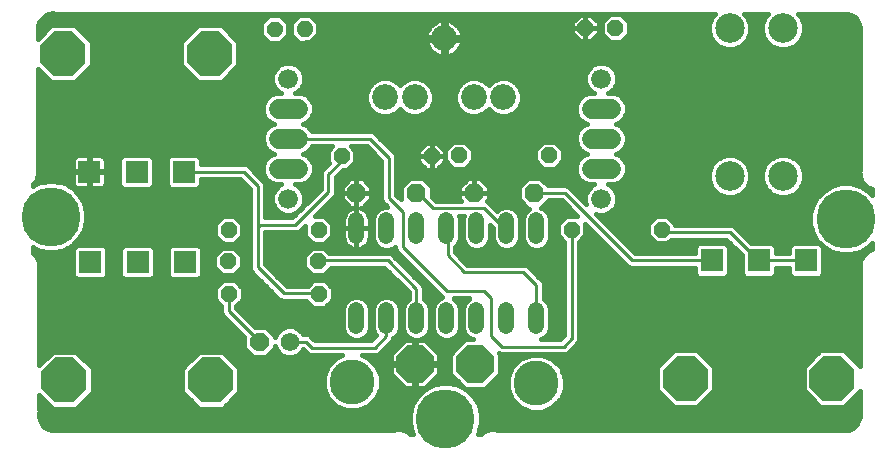
<source format=gbl>
G75*
G70*
%OFA0B0*%
%FSLAX24Y24*%
%IPPOS*%
%LPD*%
%AMOC8*
5,1,8,0,0,1.08239X$1,22.5*
%
%ADD10C,0.0520*%
%ADD11OC8,0.0520*%
%ADD12OC8,0.0630*%
%ADD13C,0.0124*%
%ADD14C,0.0620*%
%ADD15OC8,0.1240*%
%ADD16C,0.0984*%
%ADD17R,0.0740X0.0740*%
%ADD18OC8,0.1500*%
%ADD19C,0.0860*%
%ADD20C,0.0650*%
%ADD21C,0.0660*%
%ADD22C,0.0104*%
%ADD23C,0.0100*%
%ADD24C,0.0160*%
%ADD25C,0.1500*%
%ADD26C,0.1969*%
D10*
X012269Y005048D02*
X012269Y005568D01*
X013269Y005568D02*
X013269Y005048D01*
X014269Y005048D02*
X014269Y005568D01*
X015269Y005568D02*
X015269Y005048D01*
X016269Y005048D02*
X016269Y005568D01*
X017269Y005568D02*
X017269Y005048D01*
X018269Y005048D02*
X018269Y005568D01*
X018269Y008048D02*
X018269Y008568D01*
X017269Y008568D02*
X017269Y008048D01*
X016269Y008048D02*
X016269Y008568D01*
X015269Y008568D02*
X015269Y008048D01*
X014269Y008048D02*
X014269Y008568D01*
X013269Y008568D02*
X013269Y008048D01*
X012269Y008048D02*
X012269Y008568D01*
D11*
X011009Y008257D03*
X010985Y007202D03*
X011017Y006115D03*
X008017Y006115D03*
X007985Y007202D03*
X008009Y008257D03*
X011772Y010702D03*
X014772Y010702D03*
X015686Y010737D03*
X018686Y010737D03*
X019442Y008265D03*
X022442Y008265D03*
X020898Y014989D03*
X019898Y014989D03*
D12*
X018190Y009481D03*
X016190Y009481D03*
X014269Y009481D03*
X012269Y009481D03*
D13*
X008854Y004555D02*
X008792Y004617D01*
X008937Y004764D01*
X009140Y004765D01*
X009287Y004620D01*
X009288Y004417D01*
X009143Y004270D01*
X008940Y004269D01*
X008793Y004414D01*
X008792Y004617D01*
X008885Y004579D01*
X008975Y004671D01*
X009102Y004672D01*
X009194Y004582D01*
X009195Y004455D01*
X009105Y004363D01*
X008978Y004362D01*
X008886Y004452D01*
X008885Y004579D01*
X008978Y004541D01*
X009015Y004578D01*
X009064Y004579D01*
X009101Y004542D01*
X009102Y004493D01*
X009065Y004456D01*
X009016Y004455D01*
X008979Y004492D01*
X008978Y004541D01*
D14*
X010040Y004524D03*
D15*
X014221Y003785D03*
X016221Y003785D03*
D16*
X024709Y010048D03*
X026489Y010048D03*
X026489Y014970D03*
X024709Y014970D03*
D17*
X024107Y007237D03*
X025682Y007237D03*
X027257Y007237D03*
X006548Y007182D03*
X004973Y007182D03*
X003398Y007182D03*
X003363Y010190D03*
X004938Y010190D03*
X006513Y010190D03*
D18*
X007379Y014127D03*
X002497Y014127D03*
X002532Y003245D03*
X007414Y003245D03*
X023241Y003300D03*
X028123Y003300D03*
D19*
X017162Y012674D03*
X016178Y012674D03*
X014209Y012674D03*
X013225Y012674D03*
X015194Y014643D03*
D20*
X010322Y012296D02*
X009672Y012296D01*
X009672Y011296D02*
X010322Y011296D01*
X010322Y010296D02*
X009672Y010296D01*
X020105Y010296D02*
X020755Y010296D01*
X020755Y011296D02*
X020105Y011296D01*
X020105Y012296D02*
X020755Y012296D01*
D21*
X020430Y013296D03*
X020430Y009296D03*
X009997Y009296D03*
X009997Y013296D03*
D22*
X009506Y015109D02*
X009454Y015161D01*
X009625Y015162D01*
X009748Y015041D01*
X009749Y014870D01*
X009628Y014747D01*
X009457Y014746D01*
X009334Y014867D01*
X009333Y015038D01*
X009454Y015161D01*
X009486Y015083D01*
X009594Y015083D01*
X009670Y015009D01*
X009670Y014901D01*
X009596Y014825D01*
X009488Y014825D01*
X009412Y014899D01*
X009412Y015007D01*
X009486Y015083D01*
X009519Y015005D01*
X009562Y015005D01*
X009592Y014976D01*
X009592Y014933D01*
X009563Y014903D01*
X009520Y014903D01*
X009490Y014932D01*
X009490Y014975D01*
X009519Y015005D01*
X010496Y015116D02*
X010444Y015168D01*
X010615Y015169D01*
X010738Y015048D01*
X010739Y014877D01*
X010618Y014754D01*
X010447Y014753D01*
X010324Y014874D01*
X010323Y015045D01*
X010444Y015168D01*
X010476Y015090D01*
X010584Y015090D01*
X010660Y015016D01*
X010660Y014908D01*
X010586Y014832D01*
X010478Y014832D01*
X010402Y014906D01*
X010402Y015014D01*
X010476Y015090D01*
X010509Y015012D01*
X010552Y015012D01*
X010582Y014983D01*
X010582Y014940D01*
X010553Y014910D01*
X010510Y014910D01*
X010480Y014939D01*
X010480Y014982D01*
X010509Y015012D01*
D23*
X009997Y011296D02*
X012713Y011296D01*
X013343Y010666D01*
X013343Y009328D01*
X013816Y008855D01*
X013816Y007674D01*
X015272Y006218D01*
X016532Y006218D01*
X016769Y005981D01*
X016769Y004722D01*
X017123Y004367D01*
X019170Y004367D01*
X019442Y004639D01*
X019442Y008265D01*
X019209Y009485D02*
X021457Y007237D01*
X024107Y007237D01*
X024706Y008179D02*
X025606Y007279D01*
X025682Y007237D01*
X027257Y007237D01*
X024706Y008179D02*
X022506Y008179D01*
X022442Y008265D01*
X019209Y009485D02*
X018194Y009485D01*
X018190Y009481D01*
X017206Y008379D02*
X017106Y008379D01*
X016506Y008979D01*
X014806Y008979D01*
X014306Y009479D01*
X014269Y009481D01*
X015306Y008279D02*
X015306Y007405D01*
X015863Y006848D01*
X017831Y006848D01*
X018265Y006414D01*
X018265Y005351D01*
X018304Y005312D01*
X018272Y005312D01*
X018269Y005308D01*
X014269Y005308D02*
X014269Y006277D01*
X013304Y007241D01*
X011060Y007241D01*
X011020Y007202D01*
X010993Y006139D02*
X009839Y006139D01*
X008973Y007005D01*
X008973Y008344D01*
X009052Y008422D01*
X010233Y008422D01*
X011335Y009525D01*
X011335Y010115D01*
X011772Y010552D01*
X011772Y010702D01*
X010006Y011279D02*
X009997Y011296D01*
X008505Y010190D02*
X008973Y009722D01*
X008973Y008344D01*
X008505Y010190D02*
X006513Y010190D01*
X008017Y006115D02*
X008017Y005541D01*
X009040Y004517D01*
X010040Y004524D02*
X010041Y004525D01*
X010587Y004525D01*
X010784Y004328D01*
X012871Y004328D01*
X013269Y004726D01*
X013269Y005308D01*
X011017Y006115D02*
X010993Y006139D01*
X017206Y008379D02*
X017269Y008308D01*
D24*
X001867Y001695D02*
X001774Y001799D01*
X001713Y001925D01*
X001691Y002063D01*
X001691Y002072D01*
X001699Y002090D01*
X001699Y002167D01*
X001708Y002243D01*
X001699Y002278D01*
X001699Y002735D01*
X002139Y002295D01*
X002926Y002295D01*
X003482Y002852D01*
X003482Y003639D01*
X002926Y004195D01*
X002139Y004195D01*
X001699Y003755D01*
X001699Y006854D01*
X001699Y007156D01*
X001613Y007362D01*
X001493Y007482D01*
X001493Y007671D01*
X001626Y007594D01*
X001928Y007514D01*
X002239Y007514D01*
X002541Y007594D01*
X002811Y007750D01*
X003031Y007971D01*
X003187Y008241D01*
X003268Y008542D01*
X003268Y008854D01*
X003187Y009155D01*
X003031Y009425D01*
X002811Y009646D01*
X002541Y009801D01*
X002239Y009882D01*
X001928Y009882D01*
X001626Y009801D01*
X001493Y009724D01*
X001493Y009796D01*
X001574Y009877D01*
X001659Y010083D01*
X001659Y013621D01*
X002103Y013177D01*
X002890Y013177D01*
X003447Y013734D01*
X003447Y014521D01*
X002890Y015077D01*
X002103Y015077D01*
X001659Y014633D01*
X001659Y014852D01*
X001661Y014857D01*
X001659Y014962D01*
X001659Y014971D01*
X001663Y015038D01*
X001700Y015173D01*
X001773Y015292D01*
X001877Y015386D01*
X002003Y015446D01*
X002141Y015469D01*
X002151Y015468D01*
X002169Y015461D01*
X002245Y015461D01*
X002322Y015451D01*
X002356Y015461D01*
X024221Y015461D01*
X024122Y015362D01*
X024017Y015108D01*
X024017Y014832D01*
X024122Y014578D01*
X024317Y014383D01*
X024571Y014278D01*
X024847Y014278D01*
X025101Y014383D01*
X025296Y014578D01*
X025401Y014832D01*
X025401Y015108D01*
X025296Y015362D01*
X025197Y015461D01*
X026001Y015461D01*
X025902Y015362D01*
X025797Y015108D01*
X025797Y014832D01*
X025902Y014578D01*
X026097Y014383D01*
X026351Y014278D01*
X026627Y014278D01*
X026881Y014383D01*
X027076Y014578D01*
X027181Y014832D01*
X027181Y015108D01*
X027076Y015362D01*
X026977Y015461D01*
X028434Y015461D01*
X028439Y015459D01*
X028544Y015461D01*
X028553Y015461D01*
X028621Y015457D01*
X028756Y015420D01*
X028875Y015347D01*
X028968Y015243D01*
X029029Y015117D01*
X029051Y014979D01*
X029051Y014969D01*
X029043Y014951D01*
X029043Y014874D01*
X029034Y014798D01*
X029043Y014764D01*
X029043Y010241D01*
X029032Y010177D01*
X029043Y010130D01*
X029043Y010043D01*
X029128Y009837D01*
X029286Y009680D01*
X029446Y009614D01*
X029446Y009428D01*
X029307Y009567D01*
X029037Y009723D01*
X028735Y009803D01*
X028424Y009803D01*
X028122Y009723D01*
X027852Y009567D01*
X027632Y009346D01*
X027476Y009076D01*
X027395Y008775D01*
X027395Y008463D01*
X027476Y008162D01*
X027632Y007892D01*
X027852Y007672D01*
X028122Y007516D01*
X028424Y007435D01*
X028735Y007435D01*
X029037Y007516D01*
X029307Y007672D01*
X029446Y007811D01*
X029446Y007623D01*
X029425Y007603D01*
X029335Y007539D01*
X029286Y007519D01*
X029252Y007485D01*
X029212Y007460D01*
X029174Y007407D01*
X029128Y007362D01*
X029110Y007318D01*
X029083Y007279D01*
X029068Y007216D01*
X029043Y007156D01*
X029043Y007108D01*
X029032Y007062D01*
X029043Y006998D01*
X029043Y003723D01*
X028516Y004250D01*
X027729Y004250D01*
X027173Y003694D01*
X027173Y002907D01*
X027729Y002350D01*
X028516Y002350D01*
X029043Y002877D01*
X029043Y002190D01*
X029041Y002185D01*
X029043Y002079D01*
X029043Y002071D01*
X029040Y002003D01*
X029003Y001868D01*
X028929Y001749D01*
X028825Y001656D01*
X028699Y001595D01*
X028561Y001573D01*
X028551Y001573D01*
X028533Y001581D01*
X028457Y001581D01*
X028381Y001590D01*
X028346Y001581D01*
X017031Y001581D01*
X017010Y001594D01*
X016790Y001631D01*
X016573Y001581D01*
X016396Y001454D01*
X016305Y001454D01*
X016337Y001509D01*
X016417Y001810D01*
X016417Y002122D01*
X016337Y002423D01*
X016181Y002693D01*
X015960Y002913D01*
X015690Y003069D01*
X015389Y003150D01*
X015077Y003150D01*
X014776Y003069D01*
X014506Y002913D01*
X014285Y002693D01*
X014130Y002423D01*
X014049Y002122D01*
X014049Y001810D01*
X014130Y001509D01*
X014161Y001454D01*
X014071Y001454D01*
X013893Y001581D01*
X013676Y001631D01*
X013456Y001594D01*
X013435Y001581D01*
X002307Y001581D01*
X002302Y001583D01*
X002197Y001581D01*
X002189Y001581D01*
X002121Y001584D01*
X001986Y001621D01*
X001867Y001695D01*
X001789Y001782D02*
X014056Y001782D01*
X014049Y001940D02*
X001711Y001940D01*
X001699Y002099D02*
X014049Y002099D01*
X014085Y002257D02*
X012363Y002257D01*
X012312Y002236D02*
X012661Y002381D01*
X012928Y002648D01*
X013073Y002997D01*
X013073Y003375D01*
X012928Y003724D01*
X012661Y003991D01*
X012452Y004078D01*
X012921Y004078D01*
X013012Y004116D01*
X013083Y004186D01*
X013480Y004584D01*
X013507Y004649D01*
X013529Y004658D01*
X013658Y004788D01*
X013728Y004957D01*
X013728Y005660D01*
X013658Y005829D01*
X013529Y005958D01*
X013360Y006028D01*
X013177Y006028D01*
X013008Y005958D01*
X012879Y005829D01*
X012809Y005660D01*
X012809Y004957D01*
X012879Y004788D01*
X012928Y004738D01*
X012767Y004578D01*
X010888Y004578D01*
X010799Y004666D01*
X010729Y004737D01*
X010637Y004775D01*
X010488Y004775D01*
X010472Y004813D01*
X010329Y004957D01*
X010142Y005034D01*
X009939Y005034D01*
X009751Y004957D01*
X009608Y004813D01*
X009549Y004671D01*
X009549Y004732D01*
X009248Y005029D01*
X008885Y005026D01*
X008266Y005644D01*
X008266Y005715D01*
X008476Y005925D01*
X008476Y006306D01*
X008207Y006575D01*
X007826Y006575D01*
X007557Y006306D01*
X007557Y005925D01*
X007767Y005715D01*
X007767Y005591D01*
X007767Y005491D01*
X007805Y005399D01*
X008529Y004675D01*
X008532Y004302D01*
X008832Y004006D01*
X009255Y004009D01*
X009552Y004310D01*
X009551Y004372D01*
X009608Y004235D01*
X009751Y004092D01*
X009939Y004014D01*
X010142Y004014D01*
X010329Y004092D01*
X010472Y004235D01*
X010487Y004271D01*
X010643Y004116D01*
X010734Y004078D01*
X010834Y004078D01*
X011793Y004078D01*
X011585Y003991D01*
X011317Y003724D01*
X011173Y003375D01*
X011173Y002997D01*
X011317Y002648D01*
X011585Y002381D01*
X011934Y002236D01*
X012312Y002236D01*
X012696Y002416D02*
X014128Y002416D01*
X014217Y002574D02*
X012854Y002574D01*
X012963Y002733D02*
X014325Y002733D01*
X014484Y002891D02*
X013029Y002891D01*
X013073Y003050D02*
X013825Y003050D01*
X013890Y002985D02*
X013421Y003453D01*
X013421Y003754D01*
X014191Y003754D01*
X014251Y003754D01*
X014251Y002985D01*
X014553Y002985D01*
X015021Y003453D01*
X015021Y003754D01*
X014251Y003754D01*
X014251Y003815D01*
X014191Y003815D01*
X014191Y004585D01*
X013890Y004585D01*
X013421Y004116D01*
X013421Y003815D01*
X014191Y003815D01*
X014191Y003754D01*
X014191Y002985D01*
X013890Y002985D01*
X014191Y003050D02*
X014251Y003050D01*
X014251Y003208D02*
X014191Y003208D01*
X014191Y003367D02*
X014251Y003367D01*
X014251Y003526D02*
X014191Y003526D01*
X014191Y003684D02*
X014251Y003684D01*
X014251Y003815D02*
X015021Y003815D01*
X015021Y004116D01*
X014553Y004585D01*
X014251Y004585D01*
X014251Y003815D01*
X014251Y003843D02*
X014191Y003843D01*
X014191Y004001D02*
X014251Y004001D01*
X014251Y004160D02*
X014191Y004160D01*
X014191Y004318D02*
X014251Y004318D01*
X014251Y004477D02*
X014191Y004477D01*
X014177Y004588D02*
X014008Y004658D01*
X013879Y004788D01*
X013809Y004957D01*
X013809Y005660D01*
X013879Y005829D01*
X014008Y005958D01*
X014019Y005962D01*
X014019Y006173D01*
X013200Y006991D01*
X011425Y006991D01*
X011176Y006742D01*
X010794Y006742D01*
X010525Y007011D01*
X010525Y007392D01*
X010794Y007662D01*
X011176Y007662D01*
X011346Y007491D01*
X013354Y007491D01*
X013446Y007453D01*
X013516Y007383D01*
X014480Y006418D01*
X014518Y006326D01*
X014518Y006227D01*
X014518Y005962D01*
X014529Y005958D01*
X014658Y005829D01*
X014728Y005660D01*
X014728Y004957D01*
X014658Y004788D01*
X014529Y004658D01*
X014360Y004588D01*
X014177Y004588D01*
X014063Y004635D02*
X013502Y004635D01*
X013373Y004477D02*
X013782Y004477D01*
X013624Y004318D02*
X013215Y004318D01*
X013056Y004160D02*
X013465Y004160D01*
X013421Y004001D02*
X012638Y004001D01*
X012810Y003843D02*
X013421Y003843D01*
X013421Y003684D02*
X012945Y003684D01*
X013011Y003526D02*
X013421Y003526D01*
X013507Y003367D02*
X013073Y003367D01*
X013073Y003208D02*
X013666Y003208D01*
X014618Y003050D02*
X014743Y003050D01*
X014776Y003208D02*
X015638Y003208D01*
X015724Y003050D02*
X015796Y003050D01*
X015882Y002965D02*
X016561Y002965D01*
X017041Y003445D01*
X017041Y004124D01*
X017030Y004135D01*
X017073Y004117D01*
X017173Y004117D01*
X019220Y004117D01*
X019312Y004155D01*
X019382Y004226D01*
X019654Y004497D01*
X019692Y004589D01*
X019692Y004689D01*
X019692Y007864D01*
X019902Y008074D01*
X019902Y008440D01*
X021316Y007025D01*
X021408Y006987D01*
X021507Y006987D01*
X023537Y006987D01*
X023537Y006784D01*
X023654Y006667D01*
X024560Y006667D01*
X024677Y006784D01*
X024677Y007690D01*
X024560Y007807D01*
X023654Y007807D01*
X023537Y007690D01*
X023537Y007487D01*
X021561Y007487D01*
X020252Y008796D01*
X020324Y008766D01*
X020535Y008766D01*
X020730Y008847D01*
X020879Y008996D01*
X020960Y009191D01*
X020960Y009402D01*
X020879Y009597D01*
X020730Y009746D01*
X020668Y009772D01*
X020859Y009772D01*
X021052Y009851D01*
X021200Y009999D01*
X021279Y010192D01*
X021279Y010401D01*
X021200Y010594D01*
X021052Y010741D01*
X020919Y010796D01*
X021052Y010851D01*
X021200Y010999D01*
X021279Y011192D01*
X021279Y011401D01*
X021200Y011594D01*
X021052Y011741D01*
X020919Y011796D01*
X021052Y011851D01*
X021200Y011999D01*
X021279Y012192D01*
X021279Y012401D01*
X021200Y012594D01*
X021052Y012741D01*
X020859Y012821D01*
X020668Y012821D01*
X020730Y012847D01*
X020879Y012996D01*
X020960Y013191D01*
X020960Y013402D01*
X020879Y013597D01*
X020730Y013746D01*
X020535Y013826D01*
X020324Y013826D01*
X020130Y013746D01*
X019981Y013597D01*
X019900Y013402D01*
X019900Y013191D01*
X019981Y012996D01*
X020130Y012847D01*
X020192Y012821D01*
X020001Y012821D01*
X019808Y012741D01*
X019660Y012594D01*
X019580Y012401D01*
X019580Y012192D01*
X019660Y011999D01*
X019808Y011851D01*
X019941Y011796D01*
X019808Y011741D01*
X019660Y011594D01*
X019580Y011401D01*
X019580Y011192D01*
X019660Y010999D01*
X019808Y010851D01*
X019941Y010796D01*
X019808Y010741D01*
X019660Y010594D01*
X019580Y010401D01*
X019580Y010192D01*
X019660Y009999D01*
X019808Y009851D01*
X020001Y009772D01*
X020192Y009772D01*
X020130Y009746D01*
X019981Y009597D01*
X019900Y009402D01*
X019900Y009191D01*
X019930Y009118D01*
X019421Y009627D01*
X019351Y009697D01*
X019259Y009735D01*
X018664Y009735D01*
X018403Y009996D01*
X017976Y009996D01*
X017675Y009695D01*
X017675Y009268D01*
X017976Y008966D01*
X018028Y008966D01*
X018008Y008958D01*
X017879Y008829D01*
X017809Y008660D01*
X017809Y007957D01*
X017879Y007788D01*
X018008Y007658D01*
X018177Y007588D01*
X018360Y007588D01*
X018529Y007658D01*
X018658Y007788D01*
X018728Y007957D01*
X018728Y008660D01*
X018658Y008829D01*
X018529Y008958D01*
X018434Y008997D01*
X018672Y009235D01*
X019106Y009235D01*
X019616Y008725D01*
X019251Y008725D01*
X018982Y008455D01*
X018982Y008074D01*
X019192Y007864D01*
X019192Y004742D01*
X019067Y004617D01*
X018430Y004617D01*
X018529Y004658D01*
X018658Y004788D01*
X018728Y004957D01*
X018728Y005660D01*
X018658Y005829D01*
X018529Y005958D01*
X018515Y005964D01*
X018515Y006464D01*
X018476Y006556D01*
X018406Y006626D01*
X017973Y007059D01*
X017881Y007098D01*
X017782Y007098D01*
X015966Y007098D01*
X015555Y007509D01*
X015555Y007685D01*
X015658Y007788D01*
X015728Y007957D01*
X015728Y008660D01*
X015700Y008729D01*
X015837Y008729D01*
X015809Y008660D01*
X015809Y007957D01*
X015879Y007788D01*
X016008Y007658D01*
X016177Y007588D01*
X016360Y007588D01*
X016529Y007658D01*
X016658Y007788D01*
X016728Y007957D01*
X016728Y008403D01*
X016809Y008323D01*
X016809Y007957D01*
X016879Y007788D01*
X017008Y007658D01*
X017177Y007588D01*
X017360Y007588D01*
X017529Y007658D01*
X017658Y007788D01*
X017728Y007957D01*
X017728Y008660D01*
X017658Y008829D01*
X017529Y008958D01*
X017360Y009028D01*
X017177Y009028D01*
X017008Y008958D01*
X016944Y008894D01*
X016717Y009121D01*
X016647Y009191D01*
X016613Y009205D01*
X016685Y009276D01*
X016685Y009481D01*
X016190Y009481D01*
X016190Y009482D01*
X016190Y009482D01*
X016190Y009976D01*
X016395Y009976D01*
X016685Y009686D01*
X016685Y009482D01*
X016190Y009482D01*
X016190Y009976D01*
X015985Y009976D01*
X015695Y009686D01*
X015695Y009482D01*
X016189Y009482D01*
X016189Y009481D01*
X015695Y009481D01*
X015695Y009276D01*
X015742Y009229D01*
X014909Y009229D01*
X014783Y009355D01*
X014783Y009695D01*
X014482Y009996D01*
X014055Y009996D01*
X013754Y009695D01*
X013754Y009271D01*
X013593Y009431D01*
X013593Y010617D01*
X013593Y010716D01*
X013555Y010808D01*
X012925Y011438D01*
X012855Y011508D01*
X012763Y011546D01*
X010786Y011546D01*
X010767Y011594D01*
X010619Y011741D01*
X010486Y011796D01*
X010619Y011851D01*
X010767Y011999D01*
X010846Y012192D01*
X010846Y012401D01*
X010767Y012594D01*
X010619Y012741D01*
X010426Y012821D01*
X010234Y012821D01*
X010297Y012847D01*
X010446Y012996D01*
X010527Y013191D01*
X010527Y013402D01*
X010446Y013597D01*
X010297Y013746D01*
X010102Y013826D01*
X009891Y013826D01*
X009697Y013746D01*
X009548Y013597D01*
X009467Y013402D01*
X009467Y013191D01*
X009548Y012996D01*
X009697Y012847D01*
X009759Y012821D01*
X009568Y012821D01*
X009375Y012741D01*
X009227Y012594D01*
X009147Y012401D01*
X009147Y012192D01*
X009227Y011999D01*
X009375Y011851D01*
X009508Y011796D01*
X009375Y011741D01*
X009227Y011594D01*
X009147Y011401D01*
X009147Y011192D01*
X009227Y010999D01*
X009375Y010851D01*
X009508Y010796D01*
X009375Y010741D01*
X009227Y010594D01*
X009147Y010401D01*
X009147Y010192D01*
X009227Y009999D01*
X009375Y009851D01*
X009568Y009772D01*
X009759Y009772D01*
X009697Y009746D01*
X009548Y009597D01*
X009467Y009402D01*
X009467Y009191D01*
X009548Y008996D01*
X009697Y008847D01*
X009891Y008766D01*
X010102Y008766D01*
X010297Y008847D01*
X010446Y008996D01*
X010527Y009191D01*
X010527Y009402D01*
X010446Y009597D01*
X010297Y009746D01*
X010234Y009772D01*
X010426Y009772D01*
X010619Y009851D01*
X010767Y009999D01*
X010846Y010192D01*
X010846Y010401D01*
X010767Y010594D01*
X010619Y010741D01*
X010486Y010796D01*
X010619Y010851D01*
X010767Y010999D01*
X010786Y011046D01*
X011466Y011046D01*
X011312Y010892D01*
X011312Y010511D01*
X011345Y010479D01*
X011194Y010327D01*
X011124Y010257D01*
X011085Y010165D01*
X011085Y009628D01*
X010130Y008672D01*
X009223Y008672D01*
X009223Y009771D01*
X009185Y009863D01*
X009115Y009933D01*
X008646Y010402D01*
X008554Y010440D01*
X008455Y010440D01*
X007083Y010440D01*
X007083Y010643D01*
X006965Y010760D01*
X006060Y010760D01*
X005943Y010643D01*
X005943Y009737D01*
X006060Y009620D01*
X006965Y009620D01*
X007083Y009737D01*
X007083Y009940D01*
X008401Y009940D01*
X008723Y009618D01*
X008723Y008393D01*
X008723Y007055D01*
X008723Y006955D01*
X008761Y006863D01*
X009627Y005997D01*
X009698Y005927D01*
X009790Y005889D01*
X010592Y005889D01*
X010826Y005655D01*
X011207Y005655D01*
X011476Y005925D01*
X011476Y006306D01*
X011207Y006575D01*
X010826Y006575D01*
X010640Y006389D01*
X009943Y006389D01*
X009223Y007109D01*
X009223Y008172D01*
X010283Y008172D01*
X010375Y008210D01*
X010445Y008281D01*
X010549Y008384D01*
X010549Y008066D01*
X010818Y007797D01*
X011199Y007797D01*
X011469Y008066D01*
X011469Y008448D01*
X011199Y008717D01*
X010881Y008717D01*
X011547Y009383D01*
X011585Y009475D01*
X011585Y009574D01*
X011585Y010012D01*
X011816Y010242D01*
X011963Y010242D01*
X012232Y010511D01*
X012232Y010892D01*
X012078Y011046D01*
X012610Y011046D01*
X013093Y010563D01*
X013093Y009278D01*
X013131Y009186D01*
X013202Y009116D01*
X013290Y009028D01*
X013177Y009028D01*
X013008Y008958D01*
X012879Y008829D01*
X012809Y008660D01*
X012809Y007957D01*
X012879Y007788D01*
X013008Y007658D01*
X013177Y007588D01*
X013360Y007588D01*
X013529Y007658D01*
X013566Y007695D01*
X013566Y007625D01*
X013604Y007533D01*
X013674Y007462D01*
X015129Y006008D01*
X015008Y005958D01*
X014879Y005829D01*
X014809Y005660D01*
X014809Y004957D01*
X014879Y004788D01*
X015008Y004658D01*
X015177Y004588D01*
X015360Y004588D01*
X015529Y004658D01*
X015658Y004788D01*
X015728Y004957D01*
X015728Y005660D01*
X015658Y005829D01*
X015529Y005958D01*
X015506Y005968D01*
X016031Y005968D01*
X016008Y005958D01*
X015879Y005829D01*
X015809Y005660D01*
X015809Y004957D01*
X015879Y004788D01*
X016008Y004658D01*
X016138Y004605D01*
X015882Y004605D01*
X015401Y004124D01*
X015401Y003445D01*
X015882Y002965D01*
X015982Y002891D02*
X017342Y002891D01*
X017315Y002958D02*
X017459Y002609D01*
X017726Y002341D01*
X018076Y002197D01*
X018454Y002197D01*
X018803Y002341D01*
X019070Y002609D01*
X019215Y002958D01*
X019215Y003336D01*
X019070Y003685D01*
X018803Y003952D01*
X018454Y004097D01*
X018076Y004097D01*
X017726Y003952D01*
X017459Y003685D01*
X017315Y003336D01*
X017315Y002958D01*
X017315Y003050D02*
X016646Y003050D01*
X016805Y003208D02*
X017315Y003208D01*
X017328Y003367D02*
X016963Y003367D01*
X017041Y003526D02*
X017393Y003526D01*
X017459Y003684D02*
X017041Y003684D01*
X017041Y003843D02*
X017617Y003843D01*
X017845Y004001D02*
X017041Y004001D01*
X016063Y004635D02*
X015474Y004635D01*
X015661Y004794D02*
X015876Y004794D01*
X015810Y004952D02*
X015727Y004952D01*
X015728Y005111D02*
X015809Y005111D01*
X015809Y005270D02*
X015728Y005270D01*
X015728Y005428D02*
X015809Y005428D01*
X015809Y005587D02*
X015728Y005587D01*
X015693Y005745D02*
X015844Y005745D01*
X015954Y005904D02*
X015583Y005904D01*
X015074Y006062D02*
X014518Y006062D01*
X014518Y006221D02*
X014916Y006221D01*
X014757Y006379D02*
X014497Y006379D01*
X014599Y006538D02*
X014361Y006538D01*
X014440Y006696D02*
X014202Y006696D01*
X014282Y006855D02*
X014044Y006855D01*
X014123Y007014D02*
X013885Y007014D01*
X013964Y007172D02*
X013727Y007172D01*
X013806Y007331D02*
X013568Y007331D01*
X013647Y007489D02*
X013359Y007489D01*
X013504Y007648D02*
X013566Y007648D01*
X013033Y007648D02*
X012452Y007648D01*
X012437Y007640D02*
X012499Y007672D01*
X012555Y007713D01*
X012604Y007762D01*
X012645Y007818D01*
X012676Y007879D01*
X012698Y007945D01*
X012708Y008014D01*
X012708Y008308D01*
X012269Y008308D01*
X012269Y008308D01*
X012708Y008308D01*
X012708Y008603D01*
X012698Y008671D01*
X012676Y008737D01*
X012645Y008799D01*
X012604Y008855D01*
X012555Y008904D01*
X012499Y008944D01*
X012437Y008976D01*
X012405Y008986D01*
X012474Y008986D01*
X012763Y009276D01*
X012763Y009481D01*
X012269Y009481D01*
X012269Y009482D01*
X012268Y009482D01*
X012268Y009976D01*
X012063Y009976D01*
X011774Y009686D01*
X011774Y009482D01*
X012268Y009482D01*
X012268Y009481D01*
X011774Y009481D01*
X011774Y009276D01*
X012063Y008986D01*
X012132Y008986D01*
X012100Y008976D01*
X012038Y008944D01*
X011982Y008904D01*
X011933Y008855D01*
X011892Y008799D01*
X011861Y008737D01*
X011839Y008671D01*
X011829Y008603D01*
X011829Y008308D01*
X011829Y008014D01*
X011839Y007945D01*
X011861Y007879D01*
X011892Y007818D01*
X011933Y007762D01*
X011982Y007713D01*
X012038Y007672D01*
X012100Y007640D01*
X012165Y007619D01*
X012234Y007608D01*
X012268Y007608D01*
X012268Y008308D01*
X011829Y008308D01*
X012268Y008308D01*
X012268Y008308D01*
X012269Y008308D01*
X012269Y007608D01*
X012303Y007608D01*
X012372Y007619D01*
X012437Y007640D01*
X012269Y007648D02*
X012268Y007648D01*
X012268Y007806D02*
X012269Y007806D01*
X012268Y007965D02*
X012269Y007965D01*
X012268Y008123D02*
X012269Y008123D01*
X012268Y008282D02*
X012269Y008282D01*
X012268Y008309D02*
X012268Y009008D01*
X012268Y009481D01*
X012269Y009481D01*
X012269Y009008D01*
X012269Y008309D01*
X012268Y008309D01*
X012268Y008440D02*
X012269Y008440D01*
X012268Y008599D02*
X012269Y008599D01*
X012268Y008757D02*
X012269Y008757D01*
X012268Y008916D02*
X012269Y008916D01*
X012268Y009075D02*
X012269Y009075D01*
X012268Y009233D02*
X012269Y009233D01*
X012268Y009392D02*
X012269Y009392D01*
X012269Y009482D02*
X012763Y009482D01*
X012763Y009686D01*
X012474Y009976D01*
X012269Y009976D01*
X012269Y009482D01*
X012268Y009550D02*
X012269Y009550D01*
X012268Y009709D02*
X012269Y009709D01*
X012268Y009867D02*
X012269Y009867D01*
X012583Y009867D02*
X013093Y009867D01*
X013093Y009709D02*
X012741Y009709D01*
X012763Y009550D02*
X013093Y009550D01*
X013093Y009392D02*
X012763Y009392D01*
X012720Y009233D02*
X013112Y009233D01*
X013243Y009075D02*
X012562Y009075D01*
X012538Y008916D02*
X012966Y008916D01*
X012849Y008757D02*
X012666Y008757D01*
X012708Y008599D02*
X012809Y008599D01*
X012809Y008440D02*
X012708Y008440D01*
X012708Y008282D02*
X012809Y008282D01*
X012809Y008123D02*
X012708Y008123D01*
X012701Y007965D02*
X012809Y007965D01*
X012871Y007806D02*
X012637Y007806D01*
X012085Y007648D02*
X011190Y007648D01*
X011208Y007806D02*
X011900Y007806D01*
X011836Y007965D02*
X011367Y007965D01*
X011469Y008123D02*
X011829Y008123D01*
X011829Y008282D02*
X011469Y008282D01*
X011469Y008440D02*
X011829Y008440D01*
X011829Y008599D02*
X011317Y008599D01*
X010922Y008757D02*
X011871Y008757D01*
X011999Y008916D02*
X011080Y008916D01*
X011239Y009075D02*
X011975Y009075D01*
X011817Y009233D02*
X011397Y009233D01*
X011551Y009392D02*
X011774Y009392D01*
X011774Y009550D02*
X011585Y009550D01*
X011585Y009709D02*
X011796Y009709D01*
X011954Y009867D02*
X011585Y009867D01*
X011599Y010026D02*
X013093Y010026D01*
X013093Y010184D02*
X011758Y010184D01*
X012064Y010343D02*
X013093Y010343D01*
X013093Y010501D02*
X012223Y010501D01*
X012232Y010660D02*
X012996Y010660D01*
X012838Y010819D02*
X012232Y010819D01*
X012148Y010977D02*
X012679Y010977D01*
X013069Y011294D02*
X019580Y011294D01*
X019604Y011136D02*
X018938Y011136D01*
X018876Y011197D02*
X018495Y011197D01*
X018226Y010928D01*
X018226Y010547D01*
X018495Y010277D01*
X018876Y010277D01*
X019146Y010547D01*
X019146Y010928D01*
X018876Y011197D01*
X019097Y010977D02*
X019682Y010977D01*
X019887Y010819D02*
X019146Y010819D01*
X019146Y010660D02*
X019727Y010660D01*
X019622Y010501D02*
X019100Y010501D01*
X018942Y010343D02*
X019580Y010343D01*
X019583Y010184D02*
X013593Y010184D01*
X013593Y010026D02*
X019649Y010026D01*
X019792Y009867D02*
X018532Y009867D01*
X017847Y009867D02*
X016504Y009867D01*
X016662Y009709D02*
X017689Y009709D01*
X017675Y009550D02*
X016685Y009550D01*
X016685Y009392D02*
X017675Y009392D01*
X017710Y009233D02*
X016641Y009233D01*
X016763Y009075D02*
X017868Y009075D01*
X017966Y008916D02*
X017571Y008916D01*
X017688Y008757D02*
X017849Y008757D01*
X017809Y008599D02*
X017728Y008599D01*
X017728Y008440D02*
X017809Y008440D01*
X017809Y008282D02*
X017728Y008282D01*
X017728Y008123D02*
X017809Y008123D01*
X017809Y007965D02*
X017728Y007965D01*
X017666Y007806D02*
X017871Y007806D01*
X018033Y007648D02*
X017504Y007648D01*
X017033Y007648D02*
X016504Y007648D01*
X016666Y007806D02*
X016871Y007806D01*
X016809Y007965D02*
X016728Y007965D01*
X016728Y008123D02*
X016809Y008123D01*
X016809Y008282D02*
X016728Y008282D01*
X015809Y008282D02*
X015728Y008282D01*
X015728Y008440D02*
X015809Y008440D01*
X015809Y008599D02*
X015728Y008599D01*
X015728Y008123D02*
X015809Y008123D01*
X015809Y007965D02*
X015728Y007965D01*
X015666Y007806D02*
X015871Y007806D01*
X016033Y007648D02*
X015555Y007648D01*
X015575Y007489D02*
X019192Y007489D01*
X019192Y007331D02*
X015733Y007331D01*
X015892Y007172D02*
X019192Y007172D01*
X019192Y007014D02*
X018019Y007014D01*
X018178Y006855D02*
X019192Y006855D01*
X019192Y006696D02*
X018336Y006696D01*
X018484Y006538D02*
X019192Y006538D01*
X019192Y006379D02*
X018515Y006379D01*
X018515Y006221D02*
X019192Y006221D01*
X019192Y006062D02*
X018515Y006062D01*
X018583Y005904D02*
X019192Y005904D01*
X019192Y005745D02*
X018693Y005745D01*
X018728Y005587D02*
X019192Y005587D01*
X019192Y005428D02*
X018728Y005428D01*
X018728Y005270D02*
X019192Y005270D01*
X019192Y005111D02*
X018728Y005111D01*
X018727Y004952D02*
X019192Y004952D01*
X019192Y004794D02*
X018661Y004794D01*
X018474Y004635D02*
X019085Y004635D01*
X019475Y004318D02*
X029043Y004318D01*
X029043Y004160D02*
X028607Y004160D01*
X028765Y004001D02*
X029043Y004001D01*
X029043Y003843D02*
X028924Y003843D01*
X029043Y004477D02*
X019633Y004477D01*
X019692Y004635D02*
X029043Y004635D01*
X029043Y004794D02*
X019692Y004794D01*
X019692Y004952D02*
X029043Y004952D01*
X029043Y005111D02*
X019692Y005111D01*
X019692Y005270D02*
X029043Y005270D01*
X029043Y005428D02*
X019692Y005428D01*
X019692Y005587D02*
X029043Y005587D01*
X029043Y005745D02*
X019692Y005745D01*
X019692Y005904D02*
X029043Y005904D01*
X029043Y006062D02*
X019692Y006062D01*
X019692Y006221D02*
X029043Y006221D01*
X029043Y006379D02*
X019692Y006379D01*
X019692Y006538D02*
X029043Y006538D01*
X029043Y006696D02*
X027739Y006696D01*
X027710Y006667D02*
X027827Y006784D01*
X027827Y007690D01*
X027710Y007807D01*
X026804Y007807D01*
X026687Y007690D01*
X026687Y007487D01*
X026252Y007487D01*
X026252Y007690D01*
X026135Y007807D01*
X025431Y007807D01*
X024847Y008391D01*
X024755Y008429D01*
X024656Y008429D01*
X022902Y008429D01*
X022902Y008455D01*
X022632Y008725D01*
X022251Y008725D01*
X021982Y008455D01*
X021982Y008074D01*
X022251Y007805D01*
X022632Y007805D01*
X022756Y007929D01*
X024602Y007929D01*
X025112Y007419D01*
X025112Y006784D01*
X025229Y006667D01*
X026135Y006667D01*
X026252Y006784D01*
X026252Y006987D01*
X026687Y006987D01*
X026687Y006784D01*
X026804Y006667D01*
X027710Y006667D01*
X027827Y006855D02*
X029043Y006855D01*
X029041Y007014D02*
X027827Y007014D01*
X027827Y007172D02*
X029050Y007172D01*
X029116Y007331D02*
X027827Y007331D01*
X027827Y007489D02*
X028221Y007489D01*
X027894Y007648D02*
X027827Y007648D01*
X027718Y007806D02*
X027711Y007806D01*
X027590Y007965D02*
X025273Y007965D01*
X025115Y008123D02*
X027498Y008123D01*
X027444Y008282D02*
X024956Y008282D01*
X024725Y007806D02*
X024561Y007806D01*
X024677Y007648D02*
X024883Y007648D01*
X025042Y007489D02*
X024677Y007489D01*
X024677Y007331D02*
X025112Y007331D01*
X025112Y007172D02*
X024677Y007172D01*
X024677Y007014D02*
X025112Y007014D01*
X025112Y006855D02*
X024677Y006855D01*
X024589Y006696D02*
X025200Y006696D01*
X026164Y006696D02*
X026775Y006696D01*
X026687Y006855D02*
X026252Y006855D01*
X026252Y007489D02*
X026687Y007489D01*
X026687Y007648D02*
X026252Y007648D01*
X026136Y007806D02*
X026803Y007806D01*
X027401Y008440D02*
X022902Y008440D01*
X022758Y008599D02*
X027395Y008599D01*
X027395Y008757D02*
X020291Y008757D01*
X020449Y008599D02*
X022125Y008599D01*
X021982Y008440D02*
X020608Y008440D01*
X020766Y008282D02*
X021982Y008282D01*
X021982Y008123D02*
X020925Y008123D01*
X021084Y007965D02*
X022091Y007965D01*
X022250Y007806D02*
X021242Y007806D01*
X021401Y007648D02*
X023537Y007648D01*
X023537Y007489D02*
X021559Y007489D01*
X021169Y007172D02*
X019692Y007172D01*
X019692Y007014D02*
X021345Y007014D01*
X021011Y007331D02*
X019692Y007331D01*
X019692Y007489D02*
X020852Y007489D01*
X020694Y007648D02*
X019692Y007648D01*
X019692Y007806D02*
X020535Y007806D01*
X020376Y007965D02*
X019792Y007965D01*
X019902Y008123D02*
X020218Y008123D01*
X020059Y008282D02*
X019902Y008282D01*
X019125Y008599D02*
X018728Y008599D01*
X018728Y008440D02*
X018982Y008440D01*
X018982Y008282D02*
X018728Y008282D01*
X018728Y008123D02*
X018982Y008123D01*
X019091Y007965D02*
X018728Y007965D01*
X018666Y007806D02*
X019192Y007806D01*
X019192Y007648D02*
X018504Y007648D01*
X019692Y006855D02*
X023537Y006855D01*
X023625Y006696D02*
X019692Y006696D01*
X022634Y007806D02*
X023653Y007806D01*
X024317Y009461D02*
X024571Y009356D01*
X024847Y009356D01*
X025101Y009461D01*
X025296Y009656D01*
X025401Y009910D01*
X025401Y010186D01*
X025296Y010440D01*
X025101Y010635D01*
X024847Y010740D01*
X024571Y010740D01*
X024317Y010635D01*
X024122Y010440D01*
X024017Y010186D01*
X024017Y009910D01*
X024122Y009656D01*
X024317Y009461D01*
X024228Y009550D02*
X020898Y009550D01*
X020960Y009392D02*
X024485Y009392D01*
X024100Y009709D02*
X020767Y009709D01*
X021068Y009867D02*
X024035Y009867D01*
X024017Y010026D02*
X021211Y010026D01*
X021276Y010184D02*
X024017Y010184D01*
X024082Y010343D02*
X021279Y010343D01*
X021238Y010501D02*
X024184Y010501D01*
X024378Y010660D02*
X021133Y010660D01*
X020972Y010819D02*
X029043Y010819D01*
X029043Y010977D02*
X021178Y010977D01*
X021256Y011136D02*
X029043Y011136D01*
X029043Y011294D02*
X021279Y011294D01*
X021258Y011453D02*
X029043Y011453D01*
X029043Y011611D02*
X021182Y011611D01*
X020983Y011770D02*
X029043Y011770D01*
X029043Y011928D02*
X021129Y011928D01*
X021236Y012087D02*
X029043Y012087D01*
X029043Y012245D02*
X021279Y012245D01*
X021278Y012404D02*
X029043Y012404D01*
X029043Y012563D02*
X021213Y012563D01*
X021072Y012721D02*
X029043Y012721D01*
X029043Y012880D02*
X020763Y012880D01*
X020897Y013038D02*
X029043Y013038D01*
X029043Y013197D02*
X020960Y013197D01*
X020960Y013355D02*
X029043Y013355D01*
X029043Y013514D02*
X020914Y013514D01*
X020803Y013672D02*
X029043Y013672D01*
X029043Y013831D02*
X008329Y013831D01*
X008329Y013734D02*
X007772Y013177D01*
X006985Y013177D01*
X006429Y013734D01*
X006429Y014521D01*
X006985Y015077D01*
X007772Y015077D01*
X008329Y014521D01*
X008329Y013734D01*
X008267Y013672D02*
X009623Y013672D01*
X009513Y013514D02*
X008109Y013514D01*
X007950Y013355D02*
X009467Y013355D01*
X009467Y013197D02*
X007792Y013197D01*
X006966Y013197D02*
X002910Y013197D01*
X003068Y013355D02*
X006807Y013355D01*
X006649Y013514D02*
X003227Y013514D01*
X003386Y013672D02*
X006490Y013672D01*
X006429Y013831D02*
X003447Y013831D01*
X003447Y013989D02*
X006429Y013989D01*
X006429Y014148D02*
X003447Y014148D01*
X003447Y014306D02*
X006429Y014306D01*
X006429Y014465D02*
X003447Y014465D01*
X003344Y014624D02*
X006532Y014624D01*
X006690Y014782D02*
X003185Y014782D01*
X003027Y014941D02*
X006849Y014941D01*
X007909Y014941D02*
X009081Y014941D01*
X009080Y015099D02*
X001679Y015099D01*
X001660Y014941D02*
X001967Y014941D01*
X001808Y014782D02*
X001659Y014782D01*
X001752Y015258D02*
X009194Y015258D01*
X009080Y015142D02*
X009083Y014761D01*
X009354Y014493D01*
X009735Y014496D01*
X010002Y014767D01*
X010000Y015148D01*
X009729Y015416D01*
X009347Y015413D01*
X009080Y015142D01*
X009082Y014782D02*
X008067Y014782D01*
X008226Y014624D02*
X009221Y014624D01*
X009861Y014624D02*
X010218Y014624D01*
X010344Y014500D02*
X010073Y014767D01*
X010070Y015149D01*
X010337Y015420D01*
X010718Y015422D01*
X010990Y015155D01*
X010992Y014774D01*
X010725Y014503D01*
X010344Y014500D01*
X010072Y014782D02*
X010002Y014782D01*
X010001Y014941D02*
X010071Y014941D01*
X010070Y015099D02*
X010000Y015099D01*
X009889Y015258D02*
X010178Y015258D01*
X010334Y015416D02*
X001941Y015416D01*
X001767Y013514D02*
X001659Y013514D01*
X001659Y013355D02*
X001925Y013355D01*
X002084Y013197D02*
X001659Y013197D01*
X001659Y013038D02*
X009530Y013038D01*
X009664Y012880D02*
X001659Y012880D01*
X001659Y012721D02*
X009355Y012721D01*
X009214Y012563D02*
X001659Y012563D01*
X001659Y012404D02*
X009149Y012404D01*
X009147Y012245D02*
X001659Y012245D01*
X001659Y012087D02*
X009191Y012087D01*
X009298Y011928D02*
X001659Y011928D01*
X001659Y011770D02*
X009444Y011770D01*
X009245Y011611D02*
X001659Y011611D01*
X001659Y011453D02*
X009169Y011453D01*
X009147Y011294D02*
X001659Y011294D01*
X001659Y011136D02*
X009171Y011136D01*
X009249Y010977D02*
X001659Y010977D01*
X001659Y010819D02*
X009454Y010819D01*
X009294Y010660D02*
X007065Y010660D01*
X007083Y010501D02*
X009189Y010501D01*
X009147Y010343D02*
X008705Y010343D01*
X008864Y010184D02*
X009150Y010184D01*
X009216Y010026D02*
X009022Y010026D01*
X009181Y009867D02*
X009359Y009867D01*
X009223Y009709D02*
X009660Y009709D01*
X009528Y009550D02*
X009223Y009550D01*
X009223Y009392D02*
X009467Y009392D01*
X009467Y009233D02*
X009223Y009233D01*
X009223Y009075D02*
X009515Y009075D01*
X009628Y008916D02*
X009223Y008916D01*
X009223Y008757D02*
X010215Y008757D01*
X010366Y008916D02*
X010373Y008916D01*
X010479Y009075D02*
X010532Y009075D01*
X010527Y009233D02*
X010690Y009233D01*
X010849Y009392D02*
X010527Y009392D01*
X010465Y009550D02*
X011007Y009550D01*
X011085Y009709D02*
X010334Y009709D01*
X010635Y009867D02*
X011085Y009867D01*
X011085Y010026D02*
X010778Y010026D01*
X010843Y010184D02*
X011093Y010184D01*
X011210Y010343D02*
X010846Y010343D01*
X010805Y010501D02*
X011322Y010501D01*
X011312Y010660D02*
X010700Y010660D01*
X010539Y010819D02*
X011312Y010819D01*
X011397Y010977D02*
X010745Y010977D01*
X010749Y011611D02*
X019678Y011611D01*
X019602Y011453D02*
X012911Y011453D01*
X013228Y011136D02*
X014584Y011136D01*
X014590Y011142D02*
X014332Y010884D01*
X014332Y010702D01*
X014772Y010702D01*
X014772Y010702D01*
X014772Y011142D01*
X014590Y011142D01*
X014772Y011136D02*
X014773Y011136D01*
X014773Y011142D02*
X014955Y011142D01*
X015212Y010884D01*
X015212Y010702D01*
X014773Y010702D01*
X014773Y010702D01*
X015212Y010702D01*
X015212Y010520D01*
X014955Y010262D01*
X014773Y010262D01*
X014773Y010701D01*
X014772Y010701D01*
X014772Y010262D01*
X014590Y010262D01*
X014332Y010520D01*
X014332Y010702D01*
X014772Y010702D01*
X014773Y010702D01*
X014773Y011142D01*
X014772Y010977D02*
X014773Y010977D01*
X014772Y010819D02*
X014773Y010819D01*
X014772Y010660D02*
X014773Y010660D01*
X014772Y010501D02*
X014773Y010501D01*
X014772Y010343D02*
X014773Y010343D01*
X015036Y010343D02*
X015430Y010343D01*
X015495Y010277D02*
X015876Y010277D01*
X016146Y010547D01*
X016146Y010928D01*
X015876Y011197D01*
X015495Y011197D01*
X015226Y010928D01*
X015226Y010547D01*
X015495Y010277D01*
X015271Y010501D02*
X015194Y010501D01*
X015212Y010660D02*
X015226Y010660D01*
X015212Y010819D02*
X015226Y010819D01*
X015275Y010977D02*
X015119Y010977D01*
X014961Y011136D02*
X015434Y011136D01*
X015938Y011136D02*
X018434Y011136D01*
X018275Y010977D02*
X016097Y010977D01*
X016146Y010819D02*
X018226Y010819D01*
X018226Y010660D02*
X016146Y010660D01*
X016100Y010501D02*
X018271Y010501D01*
X018430Y010343D02*
X015942Y010343D01*
X015876Y009867D02*
X014611Y009867D01*
X014769Y009709D02*
X015717Y009709D01*
X015695Y009550D02*
X014783Y009550D01*
X014783Y009392D02*
X015695Y009392D01*
X015738Y009233D02*
X014905Y009233D01*
X013926Y009867D02*
X013593Y009867D01*
X013593Y009709D02*
X013768Y009709D01*
X013754Y009550D02*
X013593Y009550D01*
X013633Y009392D02*
X013754Y009392D01*
X013593Y010343D02*
X014509Y010343D01*
X014351Y010501D02*
X013593Y010501D01*
X013593Y010660D02*
X014332Y010660D01*
X014332Y010819D02*
X013545Y010819D01*
X013386Y010977D02*
X014425Y010977D01*
X014335Y012044D02*
X014084Y012044D01*
X013853Y012140D01*
X013717Y012276D01*
X013582Y012140D01*
X013351Y012044D01*
X013100Y012044D01*
X012868Y012140D01*
X012691Y012317D01*
X012595Y012549D01*
X012595Y012800D01*
X012691Y013031D01*
X012868Y013208D01*
X013100Y013304D01*
X013351Y013304D01*
X013582Y013208D01*
X013717Y013073D01*
X013853Y013208D01*
X014084Y013304D01*
X014335Y013304D01*
X014566Y013208D01*
X014744Y013031D01*
X014839Y012800D01*
X014839Y012549D01*
X014744Y012317D01*
X014566Y012140D01*
X014335Y012044D01*
X014437Y012087D02*
X015950Y012087D01*
X016053Y012044D02*
X016303Y012044D01*
X016535Y012140D01*
X016670Y012276D01*
X016805Y012140D01*
X017037Y012044D01*
X017288Y012044D01*
X017519Y012140D01*
X017696Y012317D01*
X017792Y012549D01*
X017792Y012800D01*
X017696Y013031D01*
X017519Y013208D01*
X017288Y013304D01*
X017037Y013304D01*
X016805Y013208D01*
X016670Y013073D01*
X016535Y013208D01*
X016303Y013304D01*
X016053Y013304D01*
X015821Y013208D01*
X015644Y013031D01*
X015548Y012800D01*
X015548Y012549D01*
X015644Y012317D01*
X015821Y012140D01*
X016053Y012044D01*
X016406Y012087D02*
X016934Y012087D01*
X016700Y012245D02*
X016640Y012245D01*
X017390Y012087D02*
X019624Y012087D01*
X019580Y012245D02*
X017624Y012245D01*
X017732Y012404D02*
X019582Y012404D01*
X019647Y012563D02*
X017792Y012563D01*
X017792Y012721D02*
X019788Y012721D01*
X020097Y012880D02*
X017759Y012880D01*
X017689Y013038D02*
X019963Y013038D01*
X019900Y013197D02*
X017531Y013197D01*
X016794Y013197D02*
X016546Y013197D01*
X015809Y013197D02*
X014578Y013197D01*
X014737Y013038D02*
X015651Y013038D01*
X015581Y012880D02*
X014806Y012880D01*
X014839Y012721D02*
X015548Y012721D01*
X015548Y012563D02*
X014839Y012563D01*
X014779Y012404D02*
X015608Y012404D01*
X015716Y012245D02*
X014671Y012245D01*
X013981Y012087D02*
X013453Y012087D01*
X013687Y012245D02*
X013747Y012245D01*
X012997Y012087D02*
X010803Y012087D01*
X010846Y012245D02*
X012763Y012245D01*
X012655Y012404D02*
X010845Y012404D01*
X010779Y012563D02*
X012595Y012563D01*
X012595Y012721D02*
X010639Y012721D01*
X010330Y012880D02*
X012628Y012880D01*
X012698Y013038D02*
X010464Y013038D01*
X010527Y013197D02*
X012857Y013197D01*
X013594Y013197D02*
X013841Y013197D01*
X015051Y014048D02*
X015146Y014033D01*
X015146Y014595D01*
X015242Y014595D01*
X015242Y014691D01*
X015804Y014691D01*
X015789Y014786D01*
X015759Y014877D01*
X015715Y014963D01*
X015659Y015040D01*
X015591Y015108D01*
X015513Y015165D01*
X015428Y015208D01*
X015337Y015238D01*
X015242Y015253D01*
X015242Y014691D01*
X015146Y014691D01*
X015146Y015253D01*
X015051Y015238D01*
X014960Y015208D01*
X014874Y015165D01*
X014796Y015108D01*
X014728Y015040D01*
X014672Y014963D01*
X014628Y014877D01*
X014599Y014786D01*
X014584Y014691D01*
X015145Y014691D01*
X015145Y014595D01*
X014584Y014595D01*
X014599Y014500D01*
X014628Y014409D01*
X014672Y014323D01*
X014728Y014245D01*
X014796Y014178D01*
X014874Y014121D01*
X014960Y014078D01*
X015051Y014048D01*
X015146Y014148D02*
X015242Y014148D01*
X015242Y014033D02*
X015337Y014048D01*
X015428Y014078D01*
X015513Y014121D01*
X015591Y014178D01*
X015659Y014245D01*
X015715Y014323D01*
X015759Y014409D01*
X015789Y014500D01*
X015804Y014595D01*
X015242Y014595D01*
X015242Y014033D01*
X015550Y014148D02*
X029043Y014148D01*
X029043Y014306D02*
X026696Y014306D01*
X026963Y014465D02*
X029043Y014465D01*
X029043Y014624D02*
X027095Y014624D01*
X027160Y014782D02*
X029038Y014782D01*
X029043Y014941D02*
X027181Y014941D01*
X027181Y015099D02*
X029031Y015099D01*
X028955Y015258D02*
X027119Y015258D01*
X027022Y015416D02*
X028762Y015416D01*
X029043Y013989D02*
X008329Y013989D01*
X008329Y014148D02*
X014837Y014148D01*
X014684Y014306D02*
X008329Y014306D01*
X008329Y014465D02*
X014610Y014465D01*
X014598Y014782D02*
X010992Y014782D01*
X010991Y014941D02*
X014661Y014941D01*
X014787Y015099D02*
X010990Y015099D01*
X010886Y015258D02*
X019545Y015258D01*
X019458Y015171D02*
X019458Y014989D01*
X019458Y014807D01*
X019716Y014549D01*
X019898Y014549D01*
X019898Y014989D01*
X019458Y014989D01*
X019898Y014989D01*
X019898Y014989D01*
X019899Y014989D01*
X019899Y014989D01*
X020338Y014989D01*
X020338Y014807D01*
X020081Y014549D01*
X019899Y014549D01*
X019899Y014989D01*
X020338Y014989D01*
X020338Y015171D01*
X020081Y015429D01*
X019899Y015429D01*
X019899Y014990D01*
X019898Y014990D01*
X019898Y015429D01*
X019716Y015429D01*
X019458Y015171D01*
X019458Y015099D02*
X015600Y015099D01*
X015727Y014941D02*
X019458Y014941D01*
X019483Y014782D02*
X015789Y014782D01*
X015777Y014465D02*
X024235Y014465D01*
X024104Y014624D02*
X021183Y014624D01*
X021089Y014529D02*
X021358Y014799D01*
X021358Y015180D01*
X021089Y015449D01*
X020708Y015449D01*
X020438Y015180D01*
X020438Y014799D01*
X020708Y014529D01*
X021089Y014529D01*
X020614Y014624D02*
X020155Y014624D01*
X020313Y014782D02*
X020455Y014782D01*
X020438Y014941D02*
X020338Y014941D01*
X020338Y015099D02*
X020438Y015099D01*
X020516Y015258D02*
X020252Y015258D01*
X020094Y015416D02*
X020675Y015416D01*
X021122Y015416D02*
X024177Y015416D01*
X024079Y015258D02*
X021280Y015258D01*
X021358Y015099D02*
X024017Y015099D01*
X024017Y014941D02*
X021358Y014941D01*
X021342Y014782D02*
X024038Y014782D01*
X024503Y014306D02*
X015703Y014306D01*
X015242Y014306D02*
X015146Y014306D01*
X015146Y014465D02*
X015242Y014465D01*
X015242Y014624D02*
X019642Y014624D01*
X019898Y014624D02*
X019899Y014624D01*
X019898Y014782D02*
X019899Y014782D01*
X019898Y014941D02*
X019899Y014941D01*
X019898Y015099D02*
X019899Y015099D01*
X019898Y015258D02*
X019899Y015258D01*
X019898Y015416D02*
X019899Y015416D01*
X019703Y015416D02*
X010725Y015416D01*
X010844Y014624D02*
X015145Y014624D01*
X015146Y014782D02*
X015242Y014782D01*
X015242Y014941D02*
X015146Y014941D01*
X015146Y015099D02*
X015242Y015099D01*
X019946Y013514D02*
X010480Y013514D01*
X010527Y013355D02*
X019900Y013355D01*
X020056Y013672D02*
X010370Y013672D01*
X010696Y011928D02*
X019731Y011928D01*
X019877Y011770D02*
X010550Y011770D01*
X008474Y009867D02*
X007083Y009867D01*
X007054Y009709D02*
X008633Y009709D01*
X008723Y009550D02*
X002906Y009550D01*
X002924Y009652D02*
X002969Y009640D01*
X003344Y009640D01*
X003344Y010171D01*
X003381Y010171D01*
X003381Y009640D01*
X003757Y009640D01*
X003802Y009652D01*
X003844Y009676D01*
X003877Y009710D01*
X003901Y009751D01*
X003913Y009796D01*
X003913Y010172D01*
X003382Y010172D01*
X003382Y010209D01*
X003913Y010209D01*
X003913Y010584D01*
X003901Y010630D01*
X003877Y010671D01*
X003844Y010704D01*
X003802Y010728D01*
X003757Y010740D01*
X003381Y010740D01*
X003381Y010209D01*
X003344Y010209D01*
X003344Y010740D01*
X002969Y010740D01*
X002924Y010728D01*
X002882Y010704D01*
X002849Y010671D01*
X002825Y010630D01*
X002813Y010584D01*
X002813Y010209D01*
X003344Y010209D01*
X003344Y010172D01*
X002813Y010172D01*
X002813Y009796D01*
X002825Y009751D01*
X002849Y009710D01*
X002882Y009676D01*
X002924Y009652D01*
X002850Y009709D02*
X002701Y009709D01*
X002813Y009867D02*
X002295Y009867D01*
X001872Y009867D02*
X001564Y009867D01*
X001636Y010026D02*
X002813Y010026D01*
X003344Y010026D02*
X003381Y010026D01*
X003382Y010184D02*
X004368Y010184D01*
X004368Y010026D02*
X003913Y010026D01*
X003913Y009867D02*
X004368Y009867D01*
X004368Y009737D02*
X004485Y009620D01*
X005391Y009620D01*
X005508Y009737D01*
X005508Y010643D01*
X005391Y010760D01*
X004485Y010760D01*
X004368Y010643D01*
X004368Y009737D01*
X004396Y009709D02*
X003876Y009709D01*
X003381Y009709D02*
X003344Y009709D01*
X003344Y009867D02*
X003381Y009867D01*
X003344Y010184D02*
X001659Y010184D01*
X001659Y010343D02*
X002813Y010343D01*
X002813Y010501D02*
X001659Y010501D01*
X001659Y010660D02*
X002843Y010660D01*
X003344Y010660D02*
X003381Y010660D01*
X003381Y010501D02*
X003344Y010501D01*
X003344Y010343D02*
X003381Y010343D01*
X003913Y010343D02*
X004368Y010343D01*
X004368Y010501D02*
X003913Y010501D01*
X003883Y010660D02*
X004385Y010660D01*
X005491Y010660D02*
X005960Y010660D01*
X005943Y010501D02*
X005508Y010501D01*
X005508Y010343D02*
X005943Y010343D01*
X005943Y010184D02*
X005508Y010184D01*
X005508Y010026D02*
X005943Y010026D01*
X005943Y009867D02*
X005508Y009867D01*
X005479Y009709D02*
X005971Y009709D01*
X007549Y008448D02*
X007818Y008717D01*
X008199Y008717D01*
X008469Y008448D01*
X008469Y008066D01*
X008199Y007797D01*
X007818Y007797D01*
X007549Y008066D01*
X007549Y008448D01*
X007549Y008440D02*
X003240Y008440D01*
X003268Y008599D02*
X007700Y008599D01*
X007549Y008282D02*
X003198Y008282D01*
X003119Y008123D02*
X007549Y008123D01*
X007650Y007965D02*
X003025Y007965D01*
X002866Y007806D02*
X007809Y007806D01*
X007794Y007662D02*
X007525Y007392D01*
X007525Y007011D01*
X007794Y006742D01*
X008176Y006742D01*
X008445Y007011D01*
X008445Y007392D01*
X008176Y007662D01*
X007794Y007662D01*
X007780Y007648D02*
X007105Y007648D01*
X007118Y007635D02*
X007001Y007752D01*
X006095Y007752D01*
X005978Y007635D01*
X005978Y006729D01*
X006095Y006612D01*
X007001Y006612D01*
X007118Y006729D01*
X007118Y007635D01*
X007118Y007489D02*
X007622Y007489D01*
X007525Y007331D02*
X007118Y007331D01*
X007118Y007172D02*
X007525Y007172D01*
X007525Y007014D02*
X007118Y007014D01*
X007118Y006855D02*
X007681Y006855D01*
X007789Y006538D02*
X001699Y006538D01*
X001699Y006696D02*
X002861Y006696D01*
X002828Y006729D02*
X002946Y006612D01*
X003851Y006612D01*
X003968Y006729D01*
X003968Y007635D01*
X003851Y007752D01*
X002946Y007752D01*
X002828Y007635D01*
X002828Y006729D01*
X002828Y006855D02*
X001699Y006855D01*
X001699Y007014D02*
X002828Y007014D01*
X002828Y007172D02*
X001692Y007172D01*
X001626Y007331D02*
X002828Y007331D01*
X002828Y007489D02*
X001493Y007489D01*
X001493Y007648D02*
X001534Y007648D01*
X002633Y007648D02*
X002841Y007648D01*
X003956Y007648D02*
X004416Y007648D01*
X004403Y007635D02*
X004403Y006729D01*
X004520Y006612D01*
X005426Y006612D01*
X005543Y006729D01*
X005543Y007635D01*
X005426Y007752D01*
X004520Y007752D01*
X004403Y007635D01*
X004403Y007489D02*
X003968Y007489D01*
X003968Y007331D02*
X004403Y007331D01*
X004403Y007172D02*
X003968Y007172D01*
X003968Y007014D02*
X004403Y007014D01*
X004403Y006855D02*
X003968Y006855D01*
X003935Y006696D02*
X004436Y006696D01*
X005510Y006696D02*
X006011Y006696D01*
X005978Y006855D02*
X005543Y006855D01*
X005543Y007014D02*
X005978Y007014D01*
X005978Y007172D02*
X005543Y007172D01*
X005543Y007331D02*
X005978Y007331D01*
X005978Y007489D02*
X005543Y007489D01*
X005531Y007648D02*
X005991Y007648D01*
X007085Y006696D02*
X008928Y006696D01*
X009087Y006538D02*
X008244Y006538D01*
X008403Y006379D02*
X009245Y006379D01*
X009404Y006221D02*
X008476Y006221D01*
X008476Y006062D02*
X009562Y006062D01*
X009754Y005904D02*
X008455Y005904D01*
X008297Y005745D02*
X010736Y005745D01*
X011297Y005745D02*
X011844Y005745D01*
X011879Y005829D02*
X011809Y005660D01*
X011809Y004957D01*
X011879Y004788D01*
X012008Y004658D01*
X012177Y004588D01*
X012360Y004588D01*
X012529Y004658D01*
X012658Y004788D01*
X012728Y004957D01*
X012728Y005660D01*
X012658Y005829D01*
X012529Y005958D01*
X012360Y006028D01*
X012177Y006028D01*
X012008Y005958D01*
X011879Y005829D01*
X011954Y005904D02*
X011455Y005904D01*
X011476Y006062D02*
X014019Y006062D01*
X013971Y006221D02*
X011476Y006221D01*
X011403Y006379D02*
X013812Y006379D01*
X013654Y006538D02*
X011244Y006538D01*
X010789Y006538D02*
X009794Y006538D01*
X009635Y006696D02*
X013495Y006696D01*
X013337Y006855D02*
X011289Y006855D01*
X010681Y006855D02*
X009477Y006855D01*
X009318Y007014D02*
X010525Y007014D01*
X010525Y007172D02*
X009223Y007172D01*
X009223Y007331D02*
X010525Y007331D01*
X010622Y007489D02*
X009223Y007489D01*
X009223Y007648D02*
X010780Y007648D01*
X010809Y007806D02*
X009223Y007806D01*
X009223Y007965D02*
X010650Y007965D01*
X010549Y008123D02*
X009223Y008123D01*
X008723Y008123D02*
X008469Y008123D01*
X008469Y008282D02*
X008723Y008282D01*
X008723Y008440D02*
X008469Y008440D01*
X008317Y008599D02*
X008723Y008599D01*
X008723Y008757D02*
X003268Y008757D01*
X003251Y008916D02*
X008723Y008916D01*
X008723Y009075D02*
X003209Y009075D01*
X003142Y009233D02*
X008723Y009233D01*
X008723Y009392D02*
X003050Y009392D01*
X008208Y007806D02*
X008723Y007806D01*
X008723Y007648D02*
X008190Y007648D01*
X008348Y007489D02*
X008723Y007489D01*
X008723Y007331D02*
X008445Y007331D01*
X008445Y007172D02*
X008723Y007172D01*
X008723Y007014D02*
X008445Y007014D01*
X008289Y006855D02*
X008770Y006855D01*
X007630Y006379D02*
X001699Y006379D01*
X001699Y006221D02*
X007557Y006221D01*
X007557Y006062D02*
X001699Y006062D01*
X001699Y005904D02*
X007578Y005904D01*
X007736Y005745D02*
X001699Y005745D01*
X001699Y005587D02*
X007767Y005587D01*
X007793Y005428D02*
X001699Y005428D01*
X001699Y005270D02*
X007934Y005270D01*
X008093Y005111D02*
X001699Y005111D01*
X001699Y004952D02*
X008251Y004952D01*
X008410Y004794D02*
X001699Y004794D01*
X001699Y004635D02*
X008529Y004635D01*
X008530Y004477D02*
X001699Y004477D01*
X001699Y004318D02*
X008532Y004318D01*
X008676Y004160D02*
X007843Y004160D01*
X007808Y004195D02*
X007021Y004195D01*
X006464Y003639D01*
X006464Y002852D01*
X007021Y002295D01*
X007808Y002295D01*
X008364Y002852D01*
X008364Y003639D01*
X007808Y004195D01*
X008002Y004001D02*
X011608Y004001D01*
X011436Y003843D02*
X008160Y003843D01*
X008319Y003684D02*
X011301Y003684D01*
X011235Y003526D02*
X008364Y003526D01*
X008364Y003367D02*
X011173Y003367D01*
X011173Y003208D02*
X008364Y003208D01*
X008364Y003050D02*
X011173Y003050D01*
X011217Y002891D02*
X008364Y002891D01*
X008245Y002733D02*
X011282Y002733D01*
X011391Y002574D02*
X008087Y002574D01*
X007928Y002416D02*
X011550Y002416D01*
X011883Y002257D02*
X001704Y002257D01*
X001699Y002416D02*
X002018Y002416D01*
X001860Y002574D02*
X001699Y002574D01*
X001699Y002733D02*
X001701Y002733D01*
X003046Y002416D02*
X006900Y002416D01*
X006742Y002574D02*
X003205Y002574D01*
X003363Y002733D02*
X006583Y002733D01*
X006464Y002891D02*
X003482Y002891D01*
X003482Y003050D02*
X006464Y003050D01*
X006464Y003208D02*
X003482Y003208D01*
X003482Y003367D02*
X006464Y003367D01*
X006464Y003526D02*
X003482Y003526D01*
X003437Y003684D02*
X006510Y003684D01*
X006668Y003843D02*
X003278Y003843D01*
X003120Y004001D02*
X006827Y004001D01*
X006985Y004160D02*
X002961Y004160D01*
X002103Y004160D02*
X001699Y004160D01*
X001699Y004001D02*
X001945Y004001D01*
X001786Y003843D02*
X001699Y003843D01*
X001983Y001623D02*
X013629Y001623D01*
X013709Y001623D02*
X014099Y001623D01*
X014056Y001464D02*
X014155Y001464D01*
X016311Y001464D02*
X016410Y001464D01*
X016367Y001623D02*
X016757Y001623D01*
X016837Y001623D02*
X028757Y001623D01*
X028949Y001782D02*
X016410Y001782D01*
X016417Y001940D02*
X029022Y001940D01*
X029043Y002099D02*
X016417Y002099D01*
X016381Y002257D02*
X017930Y002257D01*
X017652Y002416D02*
X016338Y002416D01*
X016249Y002574D02*
X017494Y002574D01*
X017408Y002733D02*
X016141Y002733D01*
X015479Y003367D02*
X014935Y003367D01*
X015021Y003526D02*
X015401Y003526D01*
X015401Y003684D02*
X015021Y003684D01*
X015021Y003843D02*
X015401Y003843D01*
X015401Y004001D02*
X015021Y004001D01*
X014977Y004160D02*
X015437Y004160D01*
X015595Y004318D02*
X014819Y004318D01*
X014660Y004477D02*
X015754Y004477D01*
X015063Y004635D02*
X014474Y004635D01*
X014661Y004794D02*
X014876Y004794D01*
X014810Y004952D02*
X014727Y004952D01*
X014728Y005111D02*
X014809Y005111D01*
X014809Y005270D02*
X014728Y005270D01*
X014728Y005428D02*
X014809Y005428D01*
X014809Y005587D02*
X014728Y005587D01*
X014693Y005745D02*
X014844Y005745D01*
X014954Y005904D02*
X014583Y005904D01*
X013954Y005904D02*
X013583Y005904D01*
X013693Y005745D02*
X013844Y005745D01*
X013809Y005587D02*
X013728Y005587D01*
X013728Y005428D02*
X013809Y005428D01*
X013809Y005270D02*
X013728Y005270D01*
X013728Y005111D02*
X013809Y005111D01*
X013810Y004952D02*
X013727Y004952D01*
X013661Y004794D02*
X013876Y004794D01*
X012876Y004794D02*
X012661Y004794D01*
X012727Y004952D02*
X012810Y004952D01*
X012809Y005111D02*
X012728Y005111D01*
X012728Y005270D02*
X012809Y005270D01*
X012809Y005428D02*
X012728Y005428D01*
X012728Y005587D02*
X012809Y005587D01*
X012844Y005745D02*
X012693Y005745D01*
X012583Y005904D02*
X012954Y005904D01*
X011809Y005587D02*
X008324Y005587D01*
X008483Y005428D02*
X011809Y005428D01*
X011809Y005270D02*
X008641Y005270D01*
X008800Y005111D02*
X011809Y005111D01*
X011810Y004952D02*
X010333Y004952D01*
X010480Y004794D02*
X011876Y004794D01*
X012063Y004635D02*
X010830Y004635D01*
X010599Y004160D02*
X010397Y004160D01*
X009683Y004160D02*
X009404Y004160D01*
X009552Y004318D02*
X009573Y004318D01*
X009600Y004794D02*
X009486Y004794D01*
X009325Y004952D02*
X009747Y004952D01*
X012474Y004635D02*
X012825Y004635D01*
X008723Y007965D02*
X008367Y007965D01*
X010446Y008282D02*
X010549Y008282D01*
X016190Y009550D02*
X016190Y009550D01*
X016190Y009709D02*
X016190Y009709D01*
X016190Y009867D02*
X016190Y009867D01*
X016922Y008916D02*
X016966Y008916D01*
X018511Y009075D02*
X019267Y009075D01*
X019108Y009233D02*
X018670Y009233D01*
X018571Y008916D02*
X019425Y008916D01*
X019584Y008757D02*
X018688Y008757D01*
X019657Y009392D02*
X019900Y009392D01*
X019900Y009233D02*
X019815Y009233D01*
X019961Y009550D02*
X019498Y009550D01*
X019323Y009709D02*
X020093Y009709D01*
X020960Y009233D02*
X027567Y009233D01*
X027476Y009075D02*
X020912Y009075D01*
X020799Y008916D02*
X027433Y008916D01*
X027677Y009392D02*
X026714Y009392D01*
X026627Y009356D02*
X026881Y009461D01*
X027076Y009656D01*
X027181Y009910D01*
X027181Y010186D01*
X027076Y010440D01*
X026881Y010635D01*
X026627Y010740D01*
X026351Y010740D01*
X026097Y010635D01*
X025902Y010440D01*
X025797Y010186D01*
X025797Y009910D01*
X025902Y009656D01*
X026097Y009461D01*
X026351Y009356D01*
X026627Y009356D01*
X026265Y009392D02*
X024934Y009392D01*
X025190Y009550D02*
X026008Y009550D01*
X025880Y009709D02*
X025318Y009709D01*
X025384Y009867D02*
X025815Y009867D01*
X025797Y010026D02*
X025401Y010026D01*
X025401Y010184D02*
X025797Y010184D01*
X025862Y010343D02*
X025336Y010343D01*
X025234Y010501D02*
X025964Y010501D01*
X026158Y010660D02*
X025040Y010660D01*
X026820Y010660D02*
X029043Y010660D01*
X029043Y010501D02*
X027014Y010501D01*
X027116Y010343D02*
X029043Y010343D01*
X029034Y010184D02*
X027181Y010184D01*
X027181Y010026D02*
X029050Y010026D01*
X029116Y009867D02*
X027164Y009867D01*
X027098Y009709D02*
X028098Y009709D01*
X027836Y009550D02*
X026970Y009550D01*
X029061Y009709D02*
X029257Y009709D01*
X029323Y009550D02*
X029446Y009550D01*
X029441Y007806D02*
X029446Y007806D01*
X029446Y007648D02*
X029265Y007648D01*
X029256Y007489D02*
X028938Y007489D01*
X024191Y003694D02*
X023634Y004250D01*
X022847Y004250D01*
X022291Y003694D01*
X022291Y002907D01*
X022847Y002350D01*
X023634Y002350D01*
X024191Y002907D01*
X024191Y003694D01*
X024191Y003684D02*
X027173Y003684D01*
X027173Y003526D02*
X024191Y003526D01*
X024191Y003367D02*
X027173Y003367D01*
X027173Y003208D02*
X024191Y003208D01*
X024191Y003050D02*
X027173Y003050D01*
X027188Y002891D02*
X024175Y002891D01*
X024017Y002733D02*
X027347Y002733D01*
X027505Y002574D02*
X023858Y002574D01*
X023700Y002416D02*
X027664Y002416D01*
X028582Y002416D02*
X029043Y002416D01*
X029043Y002574D02*
X028740Y002574D01*
X028899Y002733D02*
X029043Y002733D01*
X029043Y002257D02*
X018599Y002257D01*
X018877Y002416D02*
X022782Y002416D01*
X022623Y002574D02*
X019036Y002574D01*
X019121Y002733D02*
X022465Y002733D01*
X022306Y002891D02*
X019187Y002891D01*
X019215Y003050D02*
X022291Y003050D01*
X022291Y003208D02*
X019215Y003208D01*
X019202Y003367D02*
X022291Y003367D01*
X022291Y003526D02*
X019136Y003526D01*
X019070Y003684D02*
X022291Y003684D01*
X022440Y003843D02*
X018912Y003843D01*
X018684Y004001D02*
X022598Y004001D01*
X022757Y004160D02*
X019316Y004160D01*
X023725Y004160D02*
X027639Y004160D01*
X027480Y004001D02*
X023884Y004001D01*
X024042Y003843D02*
X027322Y003843D01*
X026283Y014306D02*
X024916Y014306D01*
X025183Y014465D02*
X026015Y014465D01*
X025884Y014624D02*
X025315Y014624D01*
X025380Y014782D02*
X025818Y014782D01*
X025797Y014941D02*
X025401Y014941D01*
X025401Y015099D02*
X025797Y015099D01*
X025859Y015258D02*
X025339Y015258D01*
X025242Y015416D02*
X025957Y015416D01*
D25*
X018265Y003147D03*
X012123Y003186D03*
D26*
X015233Y001966D03*
X002083Y008698D03*
X028580Y008619D03*
M02*

</source>
